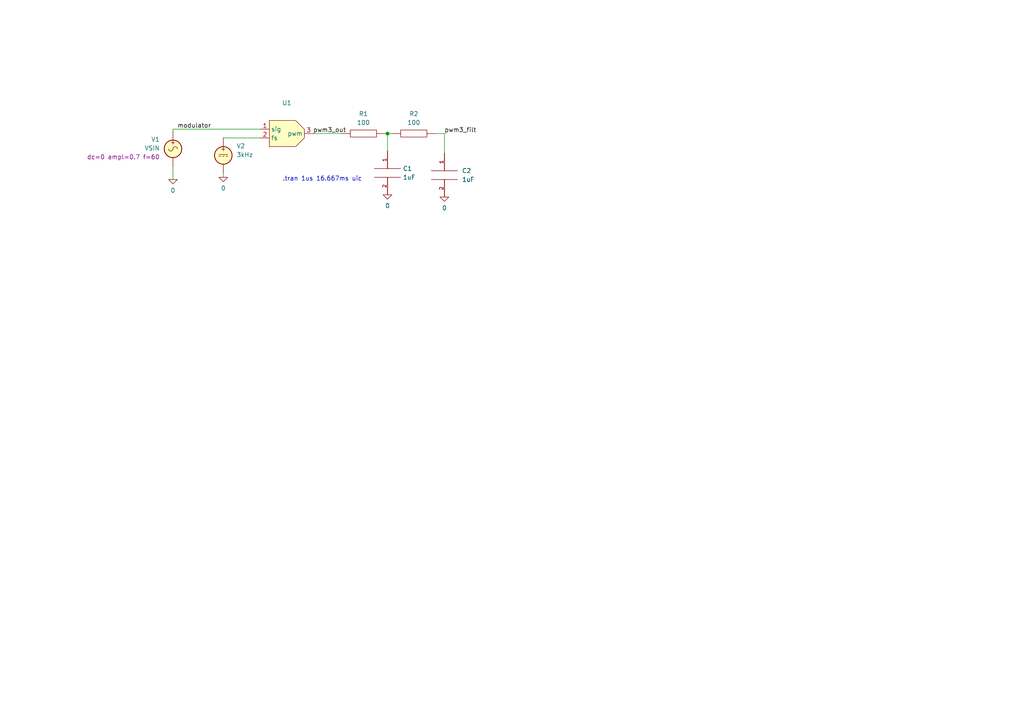
<source format=kicad_sch>
(kicad_sch (version 20211123) (generator eeschema)
  (paper "A4")
  (lib_symbols
    (symbol "Simulation_SPICE:VDC" (pin_numbers hide) (pin_names (offset 0.0254))
      (property "Reference" "V" (at 2.54 2.54 0))
      (property "Value" "VDC" (at 2.54 0 0))
      (property "Spice_Model" "dc(1)" (at 2.54 -2.54 0))
      (symbol "VDC_0_0"
        (polyline (pts (xy -1.27 0.254) (xy 1.27 0.254)))
        (polyline (pts (xy -0.762 -0.254) (xy -1.27 -0.254)))
        (polyline (pts (xy 0.254 -0.254) (xy -0.254 -0.254)))
        (polyline (pts (xy 1.27 -0.254) (xy 0.762 -0.254)))
        (text "+" (at 0 1.905 0) (effects (font (size 1.27 1.27))))
      )
      (symbol "VDC_0_1"
        (circle (center 0 0) (radius 2.54) (stroke (width 0.254)) (fill (type background)))
      )
      (symbol "VDC_1_1"
        (pin passive line (at 0 5.08 270) (length 2.54) (name "~") (number "1"))
        (pin passive line (at 0 -5.08 90) (length 2.54) (name "~") (number "2"))
      )
    )
    (symbol "Simulation_SPICE:VSIN" (pin_numbers hide) (pin_names (offset 0.0254))
      (property "Reference" "V" (at 2.54 2.54 0))
      (property "Value" "VSIN" (at 2.54 0 0))
      (property "Spice_Model" "sin(0 1 1k)" (at 2.54 -2.54 0))
      (symbol "VSIN_0_0"
        (arc (start 0 0) (mid -0.635 0.635) (end -1.27 0))
        (arc (start 0 0) (mid 0.635 -0.635) (end 1.27 0))
        (text "+" (at 0 1.905 0) (effects (font (size 1.27 1.27))))
      )
      (symbol "VSIN_0_1"
        (circle (center 0 0) (radius 2.54) (stroke (width 0.254)) (fill (type background)))
      )
      (symbol "VSIN_1_1"
        (pin passive line (at 0 5.08 270) (length 2.54) (name "~") (number "1"))
        (pin passive line (at 0 -5.08 90) (length 2.54) (name "~") (number "2"))
      )
    )
    (symbol "Spice_power_electronics:PWM3" (in_bom no) (on_board no)
      (property "Reference" "X" (at 0 5.08 0))
      (property "Spice_Model" "PWM3" (at 0 -5.08 0))
      (symbol "PWM3_0_1"
        (polyline (pts (xy -5.08 3.81) (xy -5.08 -3.81) (xy 2.54 -3.81) (xy 5.08 -1.27) (xy 5.08 1.27) (xy 2.54 3.81) (xy -5.08 3.81)) (fill (type background)))
      )
      (symbol "PWM3_1_1"
        (pin input line (at -7.62 1.27 0) (length 2.54) (name "sig") (number "1"))
        (pin input line (at -7.62 -1.27 0) (length 2.54) (name "fs") (number "2"))
        (pin output line (at 7.62 0 180) (length 2.54) (name "pwm") (number "3"))
      )
    )
    (symbol "pspice:0" (power) (pin_names (offset 0))
      (property "Value" "0" (at 0 -1.778 0))
      (symbol "0_0_1"
        (polyline (pts (xy -1.27 0) (xy 0 -1.27) (xy 1.27 0) (xy -1.27 0)))
      )
      (symbol "0_1_1"
        (pin power_in line (at 0 0 0) (length 0) hide (name "0") (number "1"))
      )
    )
    (symbol "pspice:C" (pin_names (offset 0.254))
      (property "Reference" "C" (at 2.54 3.81 90))
      (property "Value" "C" (at 2.54 -3.81 90))
      (symbol "C_0_1"
        (polyline (pts (xy -3.81 -1.27) (xy 3.81 -1.27)))
        (polyline (pts (xy -3.81 1.27) (xy 3.81 1.27)))
      )
      (symbol "C_1_1"
        (pin passive line (at 0 6.35 270) (length 5.08) (name "~") (number "1"))
        (pin passive line (at 0 -6.35 90) (length 5.08) (name "~") (number "2"))
      )
    )
    (symbol "pspice:R" (pin_numbers hide) (pin_names (offset 0))
      (property "Reference" "R" (at 2.032 0 90))
      (property "Value" "R" (at 0 0 90))
      (symbol "R_0_1"
        (rectangle (start -1.016 3.81) (end 1.016 -3.81))
      )
      (symbol "R_1_1"
        (pin passive line (at 0 6.35 270) (length 2.54) (name "~") (number "1"))
        (pin passive line (at 0 -6.35 90) (length 2.54) (name "~") (number "2"))
      )
    )
  )
  (junction (at 112.395 38.735))
  (wire (pts (xy 64.77 40.005) (xy 75.565 40.005)))
  (wire (pts (xy 126.365 38.735) (xy 128.905 38.735)))
  (wire (pts (xy 128.905 38.735) (xy 128.905 44.45)))
  (wire (pts (xy 50.165 37.465) (xy 75.565 37.465)))
  (wire (pts (xy 112.395 38.735) (xy 111.76 38.735)))
  (wire (pts (xy 64.77 50.165) (xy 64.77 51.435)))
  (wire (pts (xy 112.395 38.735) (xy 113.665 38.735)))
  (wire (pts (xy 50.165 37.465) (xy 50.165 38.1)))
  (wire (pts (xy 99.06 38.735) (xy 90.805 38.735)))
  (wire (pts (xy 50.165 48.26) (xy 50.165 52.07)))
  (wire (pts (xy 112.395 43.815) (xy 112.395 38.735)))
  (text ".tran 1us 16.667ms uic" (at 81.915 52.705 0) (effects (font (size 1.27 1.27)) (justify left bottom)))
  (label "pwm3_filt" (at 128.905 38.735 0))
  (label "pwm3_out" (at 90.805 38.735 0))
  (label "modulator" (at 51.435 37.465 0))
  (symbol (lib_id "pspice:0") (at 128.905 57.15 0) (unit 1)
    (property "Reference" "#GND04" (effects hide))
    (property "Value" "0" (at 128.905 60.325 0))
  )
  (symbol (lib_id "Simulation_SPICE:VDC") (at 64.77 45.085 0) (unit 1)
    (property "Reference" "V2" (at 68.58 42.3551 0) (effects (justify left)))
    (property "Value" "VDC" (at 68.58 44.8951 0) (effects (justify left)))
    (property "Spice_Netlist_Enabled" "Y" (effects hide))
    (property "Spice_Primitive" "V" (effects hide))
    (property "Spice_Model" "dc(3kHz)" (at 68.58 47.4351 0) (effects (justify left)))
  )
  (symbol (lib_id "pspice:0") (at 50.165 52.07 0) (mirror y) (unit 1)
    (property "Reference" "#GND01" (effects hide))
    (property "Value" "0" (at 50.165 55.245 0))
  )
  (symbol (lib_id "pspice:0") (at 112.395 56.515 0) (unit 1)
    (property "Reference" "#GND03" (effects hide))
    (property "Value" "0" (at 112.395 59.69 0))
  )
  (symbol (lib_id "pspice:C") (at 112.395 50.165 0) (unit 1)
    (property "Reference" "C1" (at 116.84 48.8949 0) (effects (justify left)))
    (property "Value" "1uF" (at 116.84 51.4349 0) (effects (justify left)))
  )
  (symbol (lib_id "pspice:C") (at 128.905 50.8 0) (unit 1)
    (property "Reference" "C2" (at 133.985 49.5299 0) (effects (justify left)))
    (property "Value" "1uF" (at 133.985 52.0699 0) (effects (justify left)))
  )
  (symbol (lib_id "pspice:R") (at 120.015 38.735 90) (mirror x) (unit 1)
    (property "Reference" "R2" (at 120.015 33.02 90))
    (property "Value" "100" (at 120.015 35.56 90))
  )
  (symbol (lib_id "Spice_power_electronics:PWM3") (at 83.185 38.735 0) (unit 1) (in_bom no) (on_board no)
    (property "Reference" "U1" (at 83.185 29.845 0))
    (property "Value" "PWM3" (effects hide))
    (property "Spice_Primitive" "X" (effects hide))
    (property "Spice_Model" "PWM3" (at 83.185 32.385 0))
    (property "Spice_Netlist_Enabled" "Y" (effects hide))
    (property "Spice_Lib_File" "$(KICAD_SIMULATION_LIB_DIR)/ngspice-lib/pwm_generator/pwm_generator.lib" (effects hide))
  )
  (symbol (lib_id "pspice:R") (at 105.41 38.735 90) (mirror x) (unit 1)
    (property "Reference" "R1" (at 105.41 33.02 90))
    (property "Value" "100" (at 105.41 35.56 90))
  )
  (symbol (lib_id "Simulation_SPICE:VSIN") (at 50.165 43.18 0) (mirror y) (unit 1)
    (property "Reference" "V1" (at 46.355 40.4501 0) (effects (justify left)))
    (property "Value" "VSIN" (at 46.355 42.9901 0) (effects (justify left)))
    (property "Spice_Netlist_Enabled" "Y" (effects hide))
    (property "Spice_Primitive" "V" (effects hide))
    (property "Spice_Model" "sin(0 0.7V 60Hz)" (at 46.355 45.5301 0) (effects (justify left)))
  )
  (symbol (lib_id "pspice:0") (at 64.77 51.435 0) (unit 1)
    (property "Reference" "#GND02" (effects hide))
    (property "Value" "0" (at 64.77 54.61 0))
  )
)
</source>
